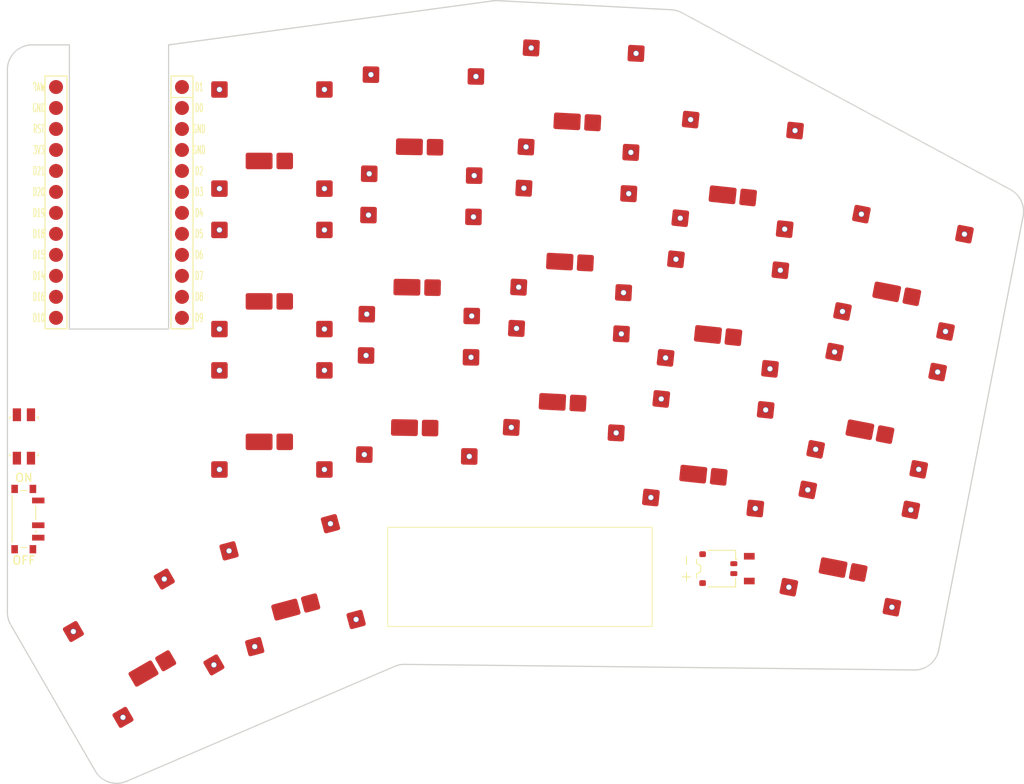
<source format=kicad_pcb>
(kicad_pcb (version 20240108) (generator "ergogen") (generator_version "4.1.0")
  (title_block (title "slimsplaydy_right_unrouted") (date "2025-06-08") (rev "v1.0.0") (company "Unknown"))
  (layers (0 "F.Cu" signal) (31 "B.Cu" signal) (34 "B.Paste" user) (35 "F.Paste" user) (36 "B.SilkS" user "B.Silkscreen") (37 "F.SilkS" user "F.Silkscreen") (38 "B.Mask" user) (39 "F.Mask" user) (44 "Edge.Cuts" user))
  (net 0 "")
  (net 1 "mirror_hand_pinky_bottom")
  (net 2 "GND")
  (net 3 "mirror_hand_pinky_home")
  (net 4 "mirror_hand_pinky_top")
  (net 5 "mirror_hand_ring_bottom")
  (net 6 "mirror_hand_ring_home")
  (net 7 "mirror_hand_ring_top")
  (net 8 "mirror_hand_middle_bottom")
  (net 9 "mirror_hand_middle_home")
  (net 10 "mirror_hand_middle_top")
  (net 11 "mirror_hand_index_bottom")
  (net 12 "mirror_hand_index_home")
  (net 13 "mirror_hand_index_top")
  (net 14 "mirror_hand_inner_bottom")
  (net 15 "mirror_hand_inner_home")
  (net 16 "mirror_hand_inner_top")
  (net 17 "mirror_thumb_near_fan")
  (net 18 "mirror_thumb_far_fan")
  (net 19 "RAW")
  (net 20 "RST")
  (net 21 "3V3")
  (net 22 "D21")
  (net 23 "P101")
  (net 24 "P102")
  (net 25 "P107")
  (net 26 "MCU1_24")
  (net 27 "MCU1_1")
  (net 28 "MCU1_23")
  (net 29 "MCU1_2")
  (net 30 "MCU1_22")
  (net 31 "MCU1_3")
  (net 32 "MCU1_21")
  (net 33 "MCU1_4")
  (net 34 "MCU1_20")
  (net 35 "MCU1_5")
  (net 36 "MCU1_19")
  (net 37 "MCU1_6")
  (net 38 "MCU1_18")
  (net 39 "MCU1_7")
  (net 40 "MCU1_17")
  (net 41 "MCU1_8")
  (net 42 "MCU1_16")
  (net 43 "MCU1_9")
  (net 44 "MCU1_15")
  (net 45 "MCU1_10")
  (net 46 "MCU1_14")
  (net 47 "MCU1_11")
  (net 48 "MCU1_13")
  (net 49 "MCU1_12")
  (net 50 "BAT_P")
  (footprint "PG1316S" (at 330.91987090000003 141.7956297 -11) (layer "F.Cu")
    (property "Reference" "S1" hide)
    (pad "" np_thru_hole circle (at -5.8 2.75) (size 1 1) (drill 1) (layers "*.Cu" "*.Mask"))
    (pad "" np_thru_hole circle (at 5.8 -2.75) (size 1.2 1.2) (drill 1.2) (layers "*.Cu" "*.Mask"))
    (pad "1" smd roundrect (at -1.55 2.65 -11) (size 3.25 2) (layers "F.Cu" "F.Paste" "F.Mask") (roundrect_rratio 0.125) (net 1 "mirror_hand_pinky_bottom"))
    (pad "2" smd roundrect (at 1.55 2.65 -11) (size 2 2) (layers "F.Cu" "F.Paste" "F.Mask") (roundrect_rratio 0.125) (net 2 "GND"))
    (pad "3" smd roundrect (at -6.35 -6 -11) (size 2 2) (layers "F.Cu" "F.Paste" "F.Mask") (roundrect_rratio 0.125))
    (pad "3" smd roundrect (at -6.35 6 -11) (size 2 2) (layers "F.Cu" "F.Paste" "F.Mask") (roundrect_rratio 0.125))
    (pad "3" smd roundrect (at 6.35 -6 -11) (size 2 2) (layers "F.Cu" "F.Paste" "F.Mask") (roundrect_rratio 0.125))
    (pad "3" smd roundrect (at 6.35 6 -11) (size 2 2) (layers "F.Cu" "F.Paste" "F.Mask") (roundrect_rratio 0.125))
    (pad "" thru_hole circle (at -6.35 -6 -11) (size 0.7 0.7) (layers "F.Cu" "B.Cu" "F.Paste" "B.Paste" "F.Mask" "B.Mask") (drill 0.6))
    (pad "" thru_hole circle (at -6.35 6 -11) (size 0.7 0.7) (layers "F.Cu" "B.Cu" "F.Paste" "B.Paste" "F.Mask" "B.Mask") (drill 0.6))
    (pad "" thru_hole circle (at 6.35 -6 -11) (size 0.7 0.7) (layers "F.Cu" "B.Cu" "F.Paste" "B.Paste" "F.Mask" "B.Mask") (drill 0.6))
    (pad "" thru_hole circle (at 6.35 6 -11) (size 0.7 0.7) (layers "F.Cu" "B.Cu" "F.Paste" "B.Paste" "F.Mask" "B.Mask") (drill 0.6))
  )
  (footprint "PG1316S" (at 334.16362380000004 125.1079676 -11) (layer "F.Cu")
    (property "Reference" "S2" hide)
    (pad "" np_thru_hole circle (at -5.8 2.75) (size 1 1) (drill 1) (layers "*.Cu" "*.Mask"))
    (pad "" np_thru_hole circle (at 5.8 -2.75) (size 1.2 1.2) (drill 1.2) (layers "*.Cu" "*.Mask"))
    (pad "1" smd roundrect (at -1.55 2.65 -11) (size 3.25 2) (layers "F.Cu" "F.Paste" "F.Mask") (roundrect_rratio 0.125) (net 3 "mirror_hand_pinky_home"))
    (pad "2" smd roundrect (at 1.55 2.65 -11) (size 2 2) (layers "F.Cu" "F.Paste" "F.Mask") (roundrect_rratio 0.125) (net 2 "GND"))
    (pad "3" smd roundrect (at -6.35 -6 -11) (size 2 2) (layers "F.Cu" "F.Paste" "F.Mask") (roundrect_rratio 0.125))
    (pad "3" smd roundrect (at -6.35 6 -11) (size 2 2) (layers "F.Cu" "F.Paste" "F.Mask") (roundrect_rratio 0.125))
    (pad "3" smd roundrect (at 6.35 -6 -11) (size 2 2) (layers "F.Cu" "F.Paste" "F.Mask") (roundrect_rratio 0.125))
    (pad "3" smd roundrect (at 6.35 6 -11) (size 2 2) (layers "F.Cu" "F.Paste" "F.Mask") (roundrect_rratio 0.125))
    (pad "" thru_hole circle (at -6.35 -6 -11) (size 0.7 0.7) (layers "F.Cu" "B.Cu" "F.Paste" "B.Paste" "F.Mask" "B.Mask") (drill 0.6))
    (pad "" thru_hole circle (at -6.35 6 -11) (size 0.7 0.7) (layers "F.Cu" "B.Cu" "F.Paste" "B.Paste" "F.Mask" "B.Mask") (drill 0.6))
    (pad "" thru_hole circle (at 6.35 -6 -11) (size 0.7 0.7) (layers "F.Cu" "B.Cu" "F.Paste" "B.Paste" "F.Mask" "B.Mask") (drill 0.6))
    (pad "" thru_hole circle (at 6.35 6 -11) (size 0.7 0.7) (layers "F.Cu" "B.Cu" "F.Paste" "B.Paste" "F.Mask" "B.Mask") (drill 0.6))
  )
  (footprint "PG1316S" (at 337.40737670000004 108.4203055 -11) (layer "F.Cu")
    (property "Reference" "S3" hide)
    (pad "" np_thru_hole circle (at -5.8 2.75) (size 1 1) (drill 1) (layers "*.Cu" "*.Mask"))
    (pad "" np_thru_hole circle (at 5.8 -2.75) (size 1.2 1.2) (drill 1.2) (layers "*.Cu" "*.Mask"))
    (pad "1" smd roundrect (at -1.55 2.65 -11) (size 3.25 2) (layers "F.Cu" "F.Paste" "F.Mask") (roundrect_rratio 0.125) (net 4 "mirror_hand_pinky_top"))
    (pad "2" smd roundrect (at 1.55 2.65 -11) (size 2 2) (layers "F.Cu" "F.Paste" "F.Mask") (roundrect_rratio 0.125) (net 2 "GND"))
    (pad "3" smd roundrect (at -6.35 -6 -11) (size 2 2) (layers "F.Cu" "F.Paste" "F.Mask") (roundrect_rratio 0.125))
    (pad "3" smd roundrect (at -6.35 6 -11) (size 2 2) (layers "F.Cu" "F.Paste" "F.Mask") (roundrect_rratio 0.125))
    (pad "3" smd roundrect (at 6.35 -6 -11) (size 2 2) (layers "F.Cu" "F.Paste" "F.Mask") (roundrect_rratio 0.125))
    (pad "3" smd roundrect (at 6.35 6 -11) (size 2 2) (layers "F.Cu" "F.Paste" "F.Mask") (roundrect_rratio 0.125))
    (pad "" thru_hole circle (at -6.35 -6 -11) (size 0.7 0.7) (layers "F.Cu" "B.Cu" "F.Paste" "B.Paste" "F.Mask" "B.Mask") (drill 0.6))
    (pad "" thru_hole circle (at -6.35 6 -11) (size 0.7 0.7) (layers "F.Cu" "B.Cu" "F.Paste" "B.Paste" "F.Mask" "B.Mask") (drill 0.6))
    (pad "" thru_hole circle (at 6.35 -6 -11) (size 0.7 0.7) (layers "F.Cu" "B.Cu" "F.Paste" "B.Paste" "F.Mask" "B.Mask") (drill 0.6))
    (pad "" thru_hole circle (at 6.35 6 -11) (size 0.7 0.7) (layers "F.Cu" "B.Cu" "F.Paste" "B.Paste" "F.Mask" "B.Mask") (drill 0.6))
  )
  (footprint "PG1316S" (at 313.79542630000003 130.3172413 -6) (layer "F.Cu")
    (property "Reference" "S4" hide)
    (pad "" np_thru_hole circle (at -5.8 2.75) (size 1 1) (drill 1) (layers "*.Cu" "*.Mask"))
    (pad "" np_thru_hole circle (at 5.8 -2.75) (size 1.2 1.2) (drill 1.2) (layers "*.Cu" "*.Mask"))
    (pad "1" smd roundrect (at -1.55 2.65 -6) (size 3.25 2) (layers "F.Cu" "F.Paste" "F.Mask") (roundrect_rratio 0.125) (net 5 "mirror_hand_ring_bottom"))
    (pad "2" smd roundrect (at 1.55 2.65 -6) (size 2 2) (layers "F.Cu" "F.Paste" "F.Mask") (roundrect_rratio 0.125) (net 2 "GND"))
    (pad "3" smd roundrect (at -6.35 -6 -6) (size 2 2) (layers "F.Cu" "F.Paste" "F.Mask") (roundrect_rratio 0.125))
    (pad "3" smd roundrect (at -6.35 6 -6) (size 2 2) (layers "F.Cu" "F.Paste" "F.Mask") (roundrect_rratio 0.125))
    (pad "3" smd roundrect (at 6.35 -6 -6) (size 2 2) (layers "F.Cu" "F.Paste" "F.Mask") (roundrect_rratio 0.125))
    (pad "3" smd roundrect (at 6.35 6 -6) (size 2 2) (layers "F.Cu" "F.Paste" "F.Mask") (roundrect_rratio 0.125))
    (pad "" thru_hole circle (at -6.35 -6 -6) (size 0.7 0.7) (layers "F.Cu" "B.Cu" "F.Paste" "B.Paste" "F.Mask" "B.Mask") (drill 0.6))
    (pad "" thru_hole circle (at -6.35 6 -6) (size 0.7 0.7) (layers "F.Cu" "B.Cu" "F.Paste" "B.Paste" "F.Mask" "B.Mask") (drill 0.6))
    (pad "" thru_hole circle (at 6.35 -6 -6) (size 0.7 0.7) (layers "F.Cu" "B.Cu" "F.Paste" "B.Paste" "F.Mask" "B.Mask") (drill 0.6))
    (pad "" thru_hole circle (at 6.35 6 -6) (size 0.7 0.7) (layers "F.Cu" "B.Cu" "F.Paste" "B.Paste" "F.Mask" "B.Mask") (drill 0.6))
  )
  (footprint "PG1316S" (at 315.57241020000004 113.4103691 -6) (layer "F.Cu")
    (property "Reference" "S5" hide)
    (pad "" np_thru_hole circle (at -5.8 2.75) (size 1 1) (drill 1) (layers "*.Cu" "*.Mask"))
    (pad "" np_thru_hole circle (at 5.8 -2.75) (size 1.2 1.2) (drill 1.2) (layers "*.Cu" "*.Mask"))
    (pad "1" smd roundrect (at -1.55 2.65 -6) (size 3.25 2) (layers "F.Cu" "F.Paste" "F.Mask") (roundrect_rratio 0.125) (net 6 "mirror_hand_ring_home"))
    (pad "2" smd roundrect (at 1.55 2.65 -6) (size 2 2) (layers "F.Cu" "F.Paste" "F.Mask") (roundrect_rratio 0.125) (net 2 "GND"))
    (pad "3" smd roundrect (at -6.35 -6 -6) (size 2 2) (layers "F.Cu" "F.Paste" "F.Mask") (roundrect_rratio 0.125))
    (pad "3" smd roundrect (at -6.35 6 -6) (size 2 2) (layers "F.Cu" "F.Paste" "F.Mask") (roundrect_rratio 0.125))
    (pad "3" smd roundrect (at 6.35 -6 -6) (size 2 2) (layers "F.Cu" "F.Paste" "F.Mask") (roundrect_rratio 0.125))
    (pad "3" smd roundrect (at 6.35 6 -6) (size 2 2) (layers "F.Cu" "F.Paste" "F.Mask") (roundrect_rratio 0.125))
    (pad "" thru_hole circle (at -6.35 -6 -6) (size 0.7 0.7) (layers "F.Cu" "B.Cu" "F.Paste" "B.Paste" "F.Mask" "B.Mask") (drill 0.6))
    (pad "" thru_hole circle (at -6.35 6 -6) (size 0.7 0.7) (layers "F.Cu" "B.Cu" "F.Paste" "B.Paste" "F.Mask" "B.Mask") (drill 0.6))
    (pad "" thru_hole circle (at 6.35 -6 -6) (size 0.7 0.7) (layers "F.Cu" "B.Cu" "F.Paste" "B.Paste" "F.Mask" "B.Mask") (drill 0.6))
    (pad "" thru_hole circle (at 6.35 6 -6) (size 0.7 0.7) (layers "F.Cu" "B.Cu" "F.Paste" "B.Paste" "F.Mask" "B.Mask") (drill 0.6))
  )
  (footprint "PG1316S" (at 317.3493942 96.5034968 -6) (layer "F.Cu")
    (property "Reference" "S6" hide)
    (pad "" np_thru_hole circle (at -5.8 2.75) (size 1 1) (drill 1) (layers "*.Cu" "*.Mask"))
    (pad "" np_thru_hole circle (at 5.8 -2.75) (size 1.2 1.2) (drill 1.2) (layers "*.Cu" "*.Mask"))
    (pad "1" smd roundrect (at -1.55 2.65 -6) (size 3.25 2) (layers "F.Cu" "F.Paste" "F.Mask") (roundrect_rratio 0.125) (net 7 "mirror_hand_ring_top"))
    (pad "2" smd roundrect (at 1.55 2.65 -6) (size 2 2) (layers "F.Cu" "F.Paste" "F.Mask") (roundrect_rratio 0.125) (net 2 "GND"))
    (pad "3" smd roundrect (at -6.35 -6 -6) (size 2 2) (layers "F.Cu" "F.Paste" "F.Mask") (roundrect_rratio 0.125))
    (pad "3" smd roundrect (at -6.35 6 -6) (size 2 2) (layers "F.Cu" "F.Paste" "F.Mask") (roundrect_rratio 0.125))
    (pad "3" smd roundrect (at 6.35 -6 -6) (size 2 2) (layers "F.Cu" "F.Paste" "F.Mask") (roundrect_rratio 0.125))
    (pad "3" smd roundrect (at 6.35 6 -6) (size 2 2) (layers "F.Cu" "F.Paste" "F.Mask") (roundrect_rratio 0.125))
    (pad "" thru_hole circle (at -6.35 -6 -6) (size 0.7 0.7) (layers "F.Cu" "B.Cu" "F.Paste" "B.Paste" "F.Mask" "B.Mask") (drill 0.6))
    (pad "" thru_hole circle (at -6.35 6 -6) (size 0.7 0.7) (layers "F.Cu" "B.Cu" "F.Paste" "B.Paste" "F.Mask" "B.Mask") (drill 0.6))
    (pad "" thru_hole circle (at 6.35 -6 -6) (size 0.7 0.7) (layers "F.Cu" "B.Cu" "F.Paste" "B.Paste" "F.Mask" "B.Mask") (drill 0.6))
    (pad "" thru_hole circle (at 6.35 6 -6) (size 0.7 0.7) (layers "F.Cu" "B.Cu" "F.Paste" "B.Paste" "F.Mask" "B.Mask") (drill 0.6))
  )
  (footprint "PG1316S" (at 296.62573140000006 121.4740757 -3) (layer "F.Cu")
    (property "Reference" "S7" hide)
    (pad "" np_thru_hole circle (at -5.8 2.75) (size 1 1) (drill 1) (layers "*.Cu" "*.Mask"))
    (pad "" np_thru_hole circle (at 5.8 -2.75) (size 1.2 1.2) (drill 1.2) (layers "*.Cu" "*.Mask"))
    (pad "1" smd roundrect (at -1.55 2.65 -3) (size 3.25 2) (layers "F.Cu" "F.Paste" "F.Mask") (roundrect_rratio 0.125) (net 8 "mirror_hand_middle_bottom"))
    (pad "2" smd roundrect (at 1.55 2.65 -3) (size 2 2) (layers "F.Cu" "F.Paste" "F.Mask") (roundrect_rratio 0.125) (net 2 "GND"))
    (pad "3" smd roundrect (at -6.35 -6 -3) (size 2 2) (layers "F.Cu" "F.Paste" "F.Mask") (roundrect_rratio 0.125))
    (pad "3" smd roundrect (at -6.35 6 -3) (size 2 2) (layers "F.Cu" "F.Paste" "F.Mask") (roundrect_rratio 0.125))
    (pad "3" smd roundrect (at 6.35 -6 -3) (size 2 2) (layers "F.Cu" "F.Paste" "F.Mask") (roundrect_rratio 0.125))
    (pad "3" smd roundrect (at 6.35 6 -3) (size 2 2) (layers "F.Cu" "F.Paste" "F.Mask") (roundrect_rratio 0.125))
    (pad "" thru_hole circle (at -6.35 -6 -3) (size 0.7 0.7) (layers "F.Cu" "B.Cu" "F.Paste" "B.Paste" "F.Mask" "B.Mask") (drill 0.6))
    (pad "" thru_hole circle (at -6.35 6 -3) (size 0.7 0.7) (layers "F.Cu" "B.Cu" "F.Paste" "B.Paste" "F.Mask" "B.Mask") (drill 0.6))
    (pad "" thru_hole circle (at 6.35 -6 -3) (size 0.7 0.7) (layers "F.Cu" "B.Cu" "F.Paste" "B.Paste" "F.Mask" "B.Mask") (drill 0.6))
    (pad "" thru_hole circle (at 6.35 6 -3) (size 0.7 0.7) (layers "F.Cu" "B.Cu" "F.Paste" "B.Paste" "F.Mask" "B.Mask") (drill 0.6))
  )
  (footprint "PG1316S" (at 297.5154427 104.4973736 -3) (layer "F.Cu")
    (property "Reference" "S8" hide)
    (pad "" np_thru_hole circle (at -5.8 2.75) (size 1 1) (drill 1) (layers "*.Cu" "*.Mask"))
    (pad "" np_thru_hole circle (at 5.8 -2.75) (size 1.2 1.2) (drill 1.2) (layers "*.Cu" "*.Mask"))
    (pad "1" smd roundrect (at -1.55 2.65 -3) (size 3.25 2) (layers "F.Cu" "F.Paste" "F.Mask") (roundrect_rratio 0.125) (net 9 "mirror_hand_middle_home"))
    (pad "2" smd roundrect (at 1.55 2.65 -3) (size 2 2) (layers "F.Cu" "F.Paste" "F.Mask") (roundrect_rratio 0.125) (net 2 "GND"))
    (pad "3" smd roundrect (at -6.35 -6 -3) (size 2 2) (layers "F.Cu" "F.Paste" "F.Mask") (roundrect_rratio 0.125))
    (pad "3" smd roundrect (at -6.35 6 -3) (size 2 2) (layers "F.Cu" "F.Paste" "F.Mask") (roundrect_rratio 0.125))
    (pad "3" smd roundrect (at 6.35 -6 -3) (size 2 2) (layers "F.Cu" "F.Paste" "F.Mask") (roundrect_rratio 0.125))
    (pad "3" smd roundrect (at 6.35 6 -3) (size 2 2) (layers "F.Cu" "F.Paste" "F.Mask") (roundrect_rratio 0.125))
    (pad "" thru_hole circle (at -6.35 -6 -3) (size 0.7 0.7) (layers "F.Cu" "B.Cu" "F.Paste" "B.Paste" "F.Mask" "B.Mask") (drill 0.6))
    (pad "" thru_hole circle (at -6.35 6 -3) (size 0.7 0.7) (layers "F.Cu" "B.Cu" "F.Paste" "B.Paste" "F.Mask" "B.Mask") (drill 0.6))
    (pad "" thru_hole circle (at 6.35 -6 -3) (size 0.7 0.7) (layers "F.Cu" "B.Cu" "F.Paste" "B.Paste" "F.Mask" "B.Mask") (drill 0.6))
    (pad "" thru_hole circle (at 6.35 6 -3) (size 0.7 0.7) (layers "F.Cu" "B.Cu" "F.Paste" "B.Paste" "F.Mask" "B.Mask") (drill 0.6))
  )
  (footprint "PG1316S" (at 298.40515400000004 87.5206715 -3) (layer "F.Cu")
    (property "Reference" "S9" hide)
    (pad "" np_thru_hole circle (at -5.8 2.75) (size 1 1) (drill 1) (layers "*.Cu" "*.Mask"))
    (pad "" np_thru_hole circle (at 5.8 -2.75) (size 1.2 1.2) (drill 1.2) (layers "*.Cu" "*.Mask"))
    (pad "1" smd roundrect (at -1.55 2.65 -3) (size 3.25 2) (layers "F.Cu" "F.Paste" "F.Mask") (roundrect_rratio 0.125) (net 10 "mirror_hand_middle_top"))
    (pad "2" smd roundrect (at 1.55 2.65 -3) (size 2 2) (layers "F.Cu" "F.Paste" "F.Mask") (roundrect_rratio 0.125) (net 2 "GND"))
    (pad "3" smd roundrect (at -6.35 -6 -3) (size 2 2) (layers "F.Cu" "F.Paste" "F.Mask") (roundrect_rratio 0.125))
    (pad "3" smd roundrect (at -6.35 6 -3) (size 2 2) (layers "F.Cu" "F.Paste" "F.Mask") (roundrect_rratio 0.125))
    (pad "3" smd roundrect (at 6.35 -6 -3) (size 2 2) (layers "F.Cu" "F.Paste" "F.Mask") (roundrect_rratio 0.125))
    (pad "3" smd roundrect (at 6.35 6 -3) (size 2 2) (layers "F.Cu" "F.Paste" "F.Mask") (roundrect_rratio 0.125))
    (pad "" thru_hole circle (at -6.35 -6 -3) (size 0.7 0.7) (layers "F.Cu" "B.Cu" "F.Paste" "B.Paste" "F.Mask" "B.Mask") (drill 0.6))
    (pad "" thru_hole circle (at -6.35 6 -3) (size 0.7 0.7) (layers "F.Cu" "B.Cu" "F.Paste" "B.Paste" "F.Mask" "B.Mask") (drill 0.6))
    (pad "" thru_hole circle (at 6.35 -6 -3) (size 0.7 0.7) (layers "F.Cu" "B.Cu" "F.Paste" "B.Paste" "F.Mask" "B.Mask") (drill 0.6))
    (pad "" thru_hole circle (at 6.35 6 -3) (size 0.7 0.7) (layers "F.Cu" "B.Cu" "F.Paste" "B.Paste" "F.Mask" "B.Mask") (drill 0.6))
  )
  (footprint "PG1316S" (at 278.64078190000004 124.5370139 -1) (layer "F.Cu")
    (property "Reference" "S10" hide)
    (pad "" np_thru_hole circle (at -5.8 2.75) (size 1 1) (drill 1) (layers "*.Cu" "*.Mask"))
    (pad "" np_thru_hole circle (at 5.8 -2.75) (size 1.2 1.2) (drill 1.2) (layers "*.Cu" "*.Mask"))
    (pad "1" smd roundrect (at -1.55 2.65 -1) (size 3.25 2) (layers "F.Cu" "F.Paste" "F.Mask") (roundrect_rratio 0.125) (net 11 "mirror_hand_index_bottom"))
    (pad "2" smd roundrect (at 1.55 2.65 -1) (size 2 2) (layers "F.Cu" "F.Paste" "F.Mask") (roundrect_rratio 0.125) (net 2 "GND"))
    (pad "3" smd roundrect (at -6.35 -6 -1) (size 2 2) (layers "F.Cu" "F.Paste" "F.Mask") (roundrect_rratio 0.125))
    (pad "3" smd roundrect (at -6.35 6 -1) (size 2 2) (layers "F.Cu" "F.Paste" "F.Mask") (roundrect_rratio 0.125))
    (pad "3" smd roundrect (at 6.35 -6 -1) (size 2 2) (layers "F.Cu" "F.Paste" "F.Mask") (roundrect_rratio 0.125))
    (pad "3" smd roundrect (at 6.35 6 -1) (size 2 2) (layers "F.Cu" "F.Paste" "F.Mask") (roundrect_rratio 0.125))
    (pad "" thru_hole circle (at -6.35 -6 -1) (size 0.7 0.7) (layers "F.Cu" "B.Cu" "F.Paste" "B.Paste" "F.Mask" "B.Mask") (drill 0.6))
    (pad "" thru_hole circle (at -6.35 6 -1) (size 0.7 0.7) (layers "F.Cu" "B.Cu" "F.Paste" "B.Paste" "F.Mask" "B.Mask") (drill 0.6))
    (pad "" thru_hole circle (at 6.35 -6 -1) (size 0.7 0.7) (layers "F.Cu" "B.Cu" "F.Paste" "B.Paste" "F.Mask" "B.Mask") (drill 0.6))
    (pad "" thru_hole circle (at 6.35 6 -1) (size 0.7 0.7) (layers "F.Cu" "B.Cu" "F.Paste" "B.Paste" "F.Mask" "B.Mask") (drill 0.6))
  )
  (footprint "PG1316S" (at 278.9374728 107.5396031 -1) (layer "F.Cu")
    (property "Reference" "S11" hide)
    (pad "" np_thru_hole circle (at -5.8 2.75) (size 1 1) (drill 1) (layers "*.Cu" "*.Mask"))
    (pad "" np_thru_hole circle (at 5.8 -2.75) (size 1.2 1.2) (drill 1.2) (layers "*.Cu" "*.Mask"))
    (pad "1" smd roundrect (at -1.55 2.65 -1) (size 3.25 2) (layers "F.Cu" "F.Paste" "F.Mask") (roundrect_rratio 0.125) (net 12 "mirror_hand_index_home"))
    (pad "2" smd roundrect (at 1.55 2.65 -1) (size 2 2) (layers "F.Cu" "F.Paste" "F.Mask") (roundrect_rratio 0.125) (net 2 "GND"))
    (pad "3" smd roundrect (at -6.35 -6 -1) (size 2 2) (layers "F.Cu" "F.Paste" "F.Mask") (roundrect_rratio 0.125))
    (pad "3" smd roundrect (at -6.35 6 -1) (size 2 2) (layers "F.Cu" "F.Paste" "F.Mask") (roundrect_rratio 0.125))
    (pad "3" smd roundrect (at 6.35 -6 -1) (size 2 2) (layers "F.Cu" "F.Paste" "F.Mask") (roundrect_rratio 0.125))
    (pad "3" smd roundrect (at 6.35 6 -1) (size 2 2) (layers "F.Cu" "F.Paste" "F.Mask") (roundrect_rratio 0.125))
    (pad "" thru_hole circle (at -6.35 -6 -1) (size 0.7 0.7) (layers "F.Cu" "B.Cu" "F.Paste" "B.Paste" "F.Mask" "B.Mask") (drill 0.6))
    (pad "" thru_hole circle (at -6.35 6 -1) (size 0.7 0.7) (layers "F.Cu" "B.Cu" "F.Paste" "B.Paste" "F.Mask" "B.Mask") (drill 0.6))
    (pad "" thru_hole circle (at 6.35 -6 -1) (size 0.7 0.7) (layers "F.Cu" "B.Cu" "F.Paste" "B.Paste" "F.Mask" "B.Mask") (drill 0.6))
    (pad "" thru_hole circle (at 6.35 6 -1) (size 0.7 0.7) (layers "F.Cu" "B.Cu" "F.Paste" "B.Paste" "F.Mask" "B.Mask") (drill 0.6))
  )
  (footprint "PG1316S" (at 279.23416380000003 90.5421923 -1) (layer "F.Cu")
    (property "Reference" "S12" hide)
    (pad "" np_thru_hole circle (at -5.8 2.75) (size 1 1) (drill 1) (layers "*.Cu" "*.Mask"))
    (pad "" np_thru_hole circle (at 5.8 -2.75) (size 1.2 1.2) (drill 1.2) (layers "*.Cu" "*.Mask"))
    (pad "1" smd roundrect (at -1.55 2.65 -1) (size 3.25 2) (layers "F.Cu" "F.Paste" "F.Mask") (roundrect_rratio 0.125) (net 13 "mirror_hand_index_top"))
    (pad "2" smd roundrect (at 1.55 2.65 -1) (size 2 2) (layers "F.Cu" "F.Paste" "F.Mask") (roundrect_rratio 0.125) (net 2 "GND"))
    (pad "3" smd roundrect (at -6.35 -6 -1) (size 2 2) (layers "F.Cu" "F.Paste" "F.Mask") (roundrect_rratio 0.125))
    (pad "3" smd roundrect (at -6.35 6 -1) (size 2 2) (layers "F.Cu" "F.Paste" "F.Mask") (roundrect_rratio 0.125))
    (pad "3" smd roundrect (at 6.35 -6 -1) (size 2 2) (layers "F.Cu" "F.Paste" "F.Mask") (roundrect_rratio 0.125))
    (pad "3" smd roundrect (at 6.35 6 -1) (size 2 2) (layers "F.Cu" "F.Paste" "F.Mask") (roundrect_rratio 0.125))
    (pad "" thru_hole circle (at -6.35 -6 -1) (size 0.7 0.7) (layers "F.Cu" "B.Cu" "F.Paste" "B.Paste" "F.Mask" "B.Mask") (drill 0.6))
    (pad "" thru_hole circle (at -6.35 6 -1) (size 0.7 0.7) (layers "F.Cu" "B.Cu" "F.Paste" "B.Paste" "F.Mask" "B.Mask") (drill 0.6))
    (pad "" thru_hole circle (at 6.35 -6 -1) (size 0.7 0.7) (layers "F.Cu" "B.Cu" "F.Paste" "B.Paste" "F.Mask" "B.Mask") (drill 0.6))
    (pad "" thru_hole circle (at 6.35 6 -1) (size 0.7 0.7) (layers "F.Cu" "B.Cu" "F.Paste" "B.Paste" "F.Mask" "B.Mask") (drill 0.6))
  )
  (footprint "PG1316S" (at 261.0085577 126.2295469 0) (layer "F.Cu")
    (property "Reference" "S13" hide)
    (pad "" np_thru_hole circle (at -5.8 2.75) (size 1 1) (drill 1) (layers "*.Cu" "*.Mask"))
    (pad "" np_thru_hole circle (at 5.8 -2.75) (size 1.2 1.2) (drill 1.2) (layers "*.Cu" "*.Mask"))
    (pad "1" smd roundrect (at -1.55 2.65 0) (size 3.25 2) (layers "F.Cu" "F.Paste" "F.Mask") (roundrect_rratio 0.125) (net 14 "mirror_hand_inner_bottom"))
    (pad "2" smd roundrect (at 1.55 2.65 0) (size 2 2) (layers "F.Cu" "F.Paste" "F.Mask") (roundrect_rratio 0.125) (net 2 "GND"))
    (pad "3" smd roundrect (at -6.35 -6 0) (size 2 2) (layers "F.Cu" "F.Paste" "F.Mask") (roundrect_rratio 0.125))
    (pad "3" smd roundrect (at -6.35 6 0) (size 2 2) (layers "F.Cu" "F.Paste" "F.Mask") (roundrect_rratio 0.125))
    (pad "3" smd roundrect (at 6.35 -6 0) (size 2 2) (layers "F.Cu" "F.Paste" "F.Mask") (roundrect_rratio 0.125))
    (pad "3" smd roundrect (at 6.35 6 0) (size 2 2) (layers "F.Cu" "F.Paste" "F.Mask") (roundrect_rratio 0.125))
    (pad "" thru_hole circle (at -6.35 -6 0) (size 0.7 0.7) (layers "F.Cu" "B.Cu" "F.Paste" "B.Paste" "F.Mask" "B.Mask") (drill 0.6))
    (pad "" thru_hole circle (at -6.35 6 0) (size 0.7 0.7) (layers "F.Cu" "B.Cu" "F.Paste" "B.Paste" "F.Mask" "B.Mask") (drill 0.6))
    (pad "" thru_hole circle (at 6.35 -6 0) (size 0.7 0.7) (layers "F.Cu" "B.Cu" "F.Paste" "B.Paste" "F.Mask" "B.Mask") (drill 0.6))
    (pad "" thru_hole circle (at 6.35 6 0) (size 0.7 0.7) (layers "F.Cu" "B.Cu" "F.Paste" "B.Paste" "F.Mask" "B.Mask") (drill 0.6))
  )
  (footprint "PG1316S" (at 261.0085577 109.2295469 0) (layer "F.Cu")
    (property "Reference" "S14" hide)
    (pad "" np_thru_hole circle (at -5.8 2.75) (size 1 1) (drill 1) (layers "*.Cu" "*.Mask"))
    (pad "" np_thru_hole circle (at 5.8 -2.75) (size 1.2 1.2) (drill 1.2) (layers "*.Cu" "*.Mask"))
    (pad "1" smd roundrect (at -1.55 2.65 0) (size 3.25 2) (layers "F.Cu" "F.Paste" "F.Mask") (roundrect_rratio 0.125) (net 15 "mirror_hand_inner_home"))
    (pad "2" smd roundrect (at 1.55 2.65 0) (size 2 2) (layers "F.Cu" "F.Paste" "F.Mask") (roundrect_rratio 0.125) (net 2 "GND"))
    (pad "3" smd roundrect (at -6.35 -6 0) (size 2 2) (layers "F.Cu" "F.Paste" "F.Mask") (roundrect_rratio 0.125))
    (pad "3" smd roundrect (at -6.35 6 0) (size 2 2) (layers "F.Cu" "F.Paste" "F.Mask") (roundrect_rratio 0.125))
    (pad "3" smd roundrect (at 6.35 -6 0) (size 2 2) (layers "F.Cu" "F.Paste" "F.Mask") (roundrect_rratio 0.125))
    (pad "3" smd roundrect (at 6.35 6 0) (size 2 2) (layers "F.Cu" "F.Paste" "F.Mask") (roundrect_rratio 0.125))
    (pad "" thru_hole circle (at -6.35 -6 0) (size 0.7 0.7) (layers "F.Cu" "B.Cu" "F.Paste" "B.Paste" "F.Mask" "B.Mask") (drill 0.6))
    (pad "" thru_hole circle (at -6.35 6 0) (size 0.7 0.7) (layers "F.Cu" "B.Cu" "F.Paste" "B.Paste" "F.Mask" "B.Mask") (drill 0.6))
    (pad "" thru_hole circle (at 6.35 -6 0) (size 0.7 0.7) (layers "F.Cu" "B.Cu" "F.Paste" "B.Paste" "F.Mask" "B.Mask") (drill 0.6))
    (pad "" thru_hole circle (at 6.35 6 0) (size 0.7 0.7) (layers "F.Cu" "B.Cu" "F.Paste" "B.Paste" "F.Mask" "B.Mask") (drill 0.6))
  )
  (footprint "PG1316S" (at 261.0085577 92.2295469 0) (layer "F.Cu")
    (property "Reference" "S15" hide)
    (pad "" np_thru_hole circle (at -5.8 2.75) (size 1 1) (drill 1) (layers "*.Cu" "*.Mask"))
    (pad "" np_thru_hole circle (at 5.8 -2.75) (size 1.2 1.2) (drill 1.2) (layers "*.Cu" "*.Mask"))
    (pad "1" smd roundrect (at -1.55 2.65 0) (size 3.25 2) (layers "F.Cu" "F.Paste" "F.Mask") (roundrect_rratio 0.125) (net 16 "mirror_hand_inner_top"))
    (pad "2" smd roundrect (at 1.55 2.65 0) (size 2 2) (layers "F.Cu" "F.Paste" "F.Mask") (roundrect_rratio 0.125) (net 2 "GND"))
    (pad "3" smd roundrect (at -6.35 -6 0) (size 2 2) (layers "F.Cu" "F.Paste" "F.Mask") (roundrect_rratio 0.125))
    (pad "3" smd roundrect (at -6.35 6 0) (size 2 2) (layers "F.Cu" "F.Paste" "F.Mask") (roundrect_rratio 0.125))
    (pad "3" smd roundrect (at 6.35 -6 0) (size 2 2) (layers "F.Cu" "F.Paste" "F.Mask") (roundrect_rratio 0.125))
    (pad "3" smd roundrect (at 6.35 6 0) (size 2 2) (layers "F.Cu" "F.Paste" "F.Mask") (roundrect_rratio 0.125))
    (pad "" thru_hole circle (at -6.35 -6 0) (size 0.7 0.7) (layers "F.Cu" "B.Cu" "F.Paste" "B.Paste" "F.Mask" "B.Mask") (drill 0.6))
    (pad "" thru_hole circle (at -6.35 6 0) (size 0.7 0.7) (layers "F.Cu" "B.Cu" "F.Paste" "B.Paste" "F.Mask" "B.Mask") (drill 0.6))
    (pad "" thru_hole circle (at 6.35 -6 0) (size 0.7 0.7) (layers "F.Cu" "B.Cu" "F.Paste" "B.Paste" "F.Mask" "B.Mask") (drill 0.6))
    (pad "" thru_hole circle (at 6.35 6 0) (size 0.7 0.7) (layers "F.Cu" "B.Cu" "F.Paste" "B.Paste" "F.Mask" "B.Mask") (drill 0.6))
  )
  (footprint "PG1316S" (at 263.5085577 146.2295469 15) (layer "F.Cu")
    (property "Reference" "S16" hide)
    (pad "" np_thru_hole circle (at -5.8 2.75) (size 1 1) (drill 1) (layers "*.Cu" "*.Mask"))
    (pad "" np_thru_hole circle (at 5.8 -2.75) (size 1.2 1.2) (drill 1.2) (layers "*.Cu" "*.Mask"))
    (pad "1" smd roundrect (at -1.55 2.65 15) (size 3.25 2) (layers "F.Cu" "F.Paste" "F.Mask") (roundrect_rratio 0.125) (net 17 "mirror_thumb_near_fan"))
    (pad "2" smd roundrect (at 1.55 2.65 15) (size 2 2) (layers "F.Cu" "F.Paste" "F.Mask") (roundrect_rratio 0.125) (net 2 "GND"))
    (pad "3" smd roundrect (at -6.35 -6 15) (size 2 2) (layers "F.Cu" "F.Paste" "F.Mask") (roundrect_rratio 0.125))
    (pad "3" smd roundrect (at -6.35 6 15) (size 2 2) (layers "F.Cu" "F.Paste" "F.Mask") (roundrect_rratio 0.125))
    (pad "3" smd roundrect (at 6.35 -6 15) (size 2 2) (layers "F.Cu" "F.Paste" "F.Mask") (roundrect_rratio 0.125))
    (pad "3" smd roundrect (at 6.35 6 15) (size 2 2) (layers "F.Cu" "F.Paste" "F.Mask") (roundrect_rratio 0.125))
    (pad "" thru_hole circle (at -6.35 -6 15) (size 0.7 0.7) (layers "F.Cu" "B.Cu" "F.Paste" "B.Paste" "F.Mask" "B.Mask") (drill 0.6))
    (pad "" thru_hole circle (at -6.35 6 15) (size 0.7 0.7) (layers "F.Cu" "B.Cu" "F.Paste" "B.Paste" "F.Mask" "B.Mask") (drill 0.6))
    (pad "" thru_hole circle (at 6.35 -6 15) (size 0.7 0.7) (layers "F.Cu" "B.Cu" "F.Paste" "B.Paste" "F.Mask" "B.Mask") (drill 0.6))
    (pad "" thru_hole circle (at 6.35 6 15) (size 0.7 0.7) (layers "F.Cu" "B.Cu" "F.Paste" "B.Paste" "F.Mask" "B.Mask") (drill 0.6))
  )
  (footprint "PG1316S" (at 245.4897424 153.8615215 30) (layer "F.Cu")
    (property "Reference" "S17" hide)
    (pad "" np_thru_hole circle (at -5.8 2.75) (size 1 1) (drill 1) (layers "*.Cu" "*.Mask"))
    (pad "" np_thru_hole circle (at 5.8 -2.75) (size 1.2 1.2) (drill 1.2) (layers "*.Cu" "*.Mask"))
    (pad "1" smd roundrect (at -1.55 2.65 30) (size 3.25 2) (layers "F.Cu" "F.Paste" "F.Mask") (roundrect_rratio 0.125) (net 18 "mirror_thumb_far_fan"))
    (pad "2" smd roundrect (at 1.55 2.65 30) (size 2 2) (layers "F.Cu" "F.Paste" "F.Mask") (roundrect_rratio 0.125) (net 2 "GND"))
    (pad "3" smd roundrect (at -6.35 -6 30) (size 2 2) (layers "F.Cu" "F.Paste" "F.Mask") (roundrect_rratio 0.125))
    (pad "3" smd roundrect (at -6.35 6 30) (size 2 2) (layers "F.Cu" "F.Paste" "F.Mask") (roundrect_rratio 0.125))
    (pad "3" smd roundrect (at 6.35 -6 30) (size 2 2) (layers "F.Cu" "F.Paste" "F.Mask") (roundrect_rratio 0.125))
    (pad "3" smd roundrect (at 6.35 6 30) (size 2 2) (layers "F.Cu" "F.Paste" "F.Mask") (roundrect_rratio 0.125))
    (pad "" thru_hole circle (at -6.35 -6 30) (size 0.7 0.7) (layers "F.Cu" "B.Cu" "F.Paste" "B.Paste" "F.Mask" "B.Mask") (drill 0.6))
    (pad "" thru_hole circle (at -6.35 6 30) (size 0.7 0.7) (layers "F.Cu" "B.Cu" "F.Paste" "B.Paste" "F.Mask" "B.Mask") (drill 0.6))
    (pad "" thru_hole circle (at 6.35 -6 30) (size 0.7 0.7) (layers "F.Cu" "B.Cu" "F.Paste" "B.Paste" "F.Mask" "B.Mask") (drill 0.6))
    (pad "" thru_hole circle (at 6.35 6 30) (size 0.7 0.7) (layers "F.Cu" "B.Cu" "F.Paste" "B.Paste" "F.Mask" "B.Mask") (drill 0.6))
  )
  (footprint "ceoloide:mcu_nice_nano" (layer "F.Cu") (at 242.50855769999998 98.62954690000001 0)
    (property "Reference" "MCU1" hide)
    (pad "24" smd circle (at -7.62 -12.7 0) (size 1.7 1.7) (drill 1) (layers "F.Cu" "F.Mask" "F.Paste") (net 19 "RAW"))
    (pad "1" smd circle (at 7.62 -12.7 0) (size 1.7 1.7) (drill 1) (layers "F.Cu" "F.Mask" "F.Paste") (net 10 "mirror_hand_middle_top"))
    (fp_text user "RAW" (at -9.7 -12.7 0) (layer "F.SilkS") (effects (font (size 1 .5) (thickness 0.1))))
    (fp_text user "D1" (at 9.7 -12.7 0) (layer "F.SilkS") (effects (font (size 1 .5) (thickness 0.1))))
    (pad "23" smd circle (at -7.62 -10.16 0) (size 1.7 1.7) (drill 1) (layers "F.Cu" "F.Mask" "F.Paste") (net 2 "GND"))
    (pad "2" smd circle (at 7.62 -10.16 0) (size 1.7 1.7) (drill 1) (layers "F.Cu" "F.Mask" "F.Paste") (net 13 "mirror_hand_index_top"))
    (fp_text user "GND" (at -9.7 -10.16 0) (layer "F.SilkS") (effects (font (size 1 .5) (thickness 0.1))))
    (fp_text user "D0" (at 9.7 -10.16 0) (layer "F.SilkS") (effects (font (size 1 .5) (thickness 0.1))))
    (pad "22" smd circle (at -7.62 -7.619999999999999 0) (size 1.7 1.7) (drill 1) (layers "F.Cu" "F.Mask" "F.Paste") (net 20 "RST"))
    (pad "3" smd circle (at 7.62 -7.619999999999999 0) (size 1.7 1.7) (drill 1) (layers "F.Cu" "F.Mask" "F.Paste") (net 2 "GND"))
    (fp_text user "RST" (at -9.7 -7.619999999999999 0) (layer "F.SilkS") (effects (font (size 1 .5) (thickness 0.1))))
    (fp_text user "GND" (at 9.7 -7.619999999999999 0) (layer "F.SilkS") (effects (font (size 1 .5) (thickness 0.1))))
    (pad "21" smd circle (at -7.62 -5.079999999999999 0) (size 1.7 1.7) (drill 1) (layers "F.Cu" "F.Mask" "F.Paste") (net 21 "3V3"))
    (pad "4" smd circle (at 7.62 -5.079999999999999 0) (size 1.7 1.7) (drill 1) (layers "F.Cu" "F.Mask" "F.Paste") (net 2 "GND"))
    (fp_text user "3V3" (at -9.7 -5.079999999999999 0) (layer "F.SilkS") (effects (font (size 1 .5) (thickness 0.1))))
    (fp_text user "GND" (at 9.7 -5.079999999999999 0) (layer "F.SilkS") (effects (font (size 1 .5) (thickness 0.1))))
    (pad "20" smd circle (at -7.62 -2.539999999999999 0) (size 1.7 1.7) (drill 1) (layers "F.Cu" "F.Mask" "F.Paste") (net 22 "D21"))
    (pad "5" smd circle (at 7.62 -2.539999999999999 0) (size 1.7 1.7) (drill 1) (layers "F.Cu" "F.Mask" "F.Paste") (net 16 "mirror_hand_inner_top"))
    (fp_text user "D21" (at -9.7 -2.539999999999999 0) (layer "F.SilkS") (effects (font (size 1 .5) (thickness 0.1))))
    (fp_text user "D2" (at 9.7 -2.539999999999999 0) (layer "F.SilkS") (effects (font (size 1 .5) (thickness 0.1))))
    (pad "19" smd circle (at -7.62 0 0) (size 1.7 1.7) (drill 1) (layers "F.Cu" "F.Mask" "F.Paste") (net 18 "mirror_thumb_far_fan"))
    (pad "6" smd circle (at 7.62 0 0) (size 1.7 1.7) (drill 1) (layers "F.Cu" "F.Mask" "F.Paste") (net 7 "mirror_hand_ring_top"))
    (fp_text user "D20" (at -9.7 0 0) (layer "F.SilkS") (effects (font (size 1 .5) (thickness 0.1))))
    (fp_text user "D3" (at 9.7 0 0) (layer "F.SilkS") (effects (font (size 1 .5) (thickness 0.1))))
    (pad "18" smd circle (at -7.62 2.540000000000001 0) (size 1.7 1.7) (drill 1) (layers "F.Cu" "F.Mask" "F.Paste") (net 17 "mirror_thumb_near_fan"))
    (pad "7" smd circle (at 7.62 2.540000000000001 0) (size 1.7 1.7) (drill 1) (layers "F.Cu" "F.Mask" "F.Paste") (net 4 "mirror_hand_pinky_top"))
    (fp_text user "D19" (at -9.7 2.540000000000001 0) (layer "F.SilkS") (effects (font (size 1 .5) (thickness 0.1))))
    (fp_text user "D4" (at 9.7 2.540000000000001 0) (layer "F.SilkS") (effects (font (size 1 .5) (thickness 0.1))))
    (pad "17" smd circle (at -7.62 5.080000000000002 0) (size 1.7 1.7) (drill 1) (layers "F.Cu" "F.Mask" "F.Paste") (net 5 "mirror_hand_ring_bottom"))
    (pad "8" smd circle (at 7.62 5.080000000000002 0) (size 1.7 1.7) (drill 1) (layers "F.Cu" "F.Mask" "F.Paste") (net 9 "mirror_hand_middle_home"))
    (fp_text user "D18" (at -9.7 5.080000000000002 0) (layer "F.SilkS") (effects (font (size 1 .5) (thickness 0.1))))
    (fp_text user "D5" (at 9.7 5.080000000000002 0) (layer "F.SilkS") (effects (font (size 1 .5) (thickness 0.1))))
    (pad "16" smd circle (at -7.62 7.620000000000001 0) (size 1.7 1.7) (drill 1) (layers "F.Cu" "F.Mask" "F.Paste") (net 14 "mirror_hand_inner_bottom"))
    (pad "9" smd circle (at 7.62 7.620000000000001 0) (size 1.7 1.7) (drill 1) (layers "F.Cu" "F.Mask" "F.Paste") (net 12 "mirror_hand_index_home"))
    (fp_text user "D15" (at -9.7 7.620000000000001 0) (layer "F.SilkS") (effects (font (size 1 .5) (thickness 0.1))))
    (fp_text user "D6" (at 9.7 7.620000000000001 0) (layer "F.SilkS") (effects (font (size 1 .5) (thickness 0.1))))
    (pad "15" smd circle (at -7.62 10.16 0) (size 1.7 1.7) (drill 1) (layers "F.Cu" "F.Mask" "F.Paste") (net 11 "mirror_hand_index_bottom"))
    (pad "10" smd circle (at 7.62 10.16 0) (size 1.7 1.7) (drill 1) (layers "F.Cu" "F.Mask" "F.Paste") (net 15 "mirror_hand_inner_home"))
    (fp_text user "D14" (at -9.7 10.16 0) (layer "F.SilkS") (effects (font (size 1 .5) (thickness 0.1))))
    (fp_text user "D7" (at 9.7 10.16 0) (layer "F.SilkS") (effects (font (size 1 .5) (thickness 0.1))))
    (pad "14" smd circle (at -7.62 12.7 0) (size 1.7 1.7) (drill 1) (layers "F.Cu" "F.Mask" "F.Paste") (net 8 "mirror_hand_middle_bottom"))
    (pad "11" smd circle (at 7.62 12.7 0) (size 1.7 1.7) (drill 1) (layers "F.Cu" "F.Mask" "F.Paste") (net 6 "mirror_hand_ring_home"))
    (fp_text user "D16" (at -9.7 12.7 0) (layer "F.SilkS") (effects (font (size 1 .5) (thickness 0.1))))
    (fp_text user "D8" (at 9.7 12.7 0) (layer "F.SilkS") (effects (font (size 1 .5) (thickness 0.1))))
    (pad "13" smd circle (at -7.62 15.240000000000002 0) (size 1.7 1.7) (drill 1) (layers "F.Cu" "F.Mask" "F.Paste") (net 1 "mirror_hand_pinky_bottom"))
    (pad "12" smd circle (at 7.62 15.240000000000002 0) (size 1.7 1.7) (drill 1) (layers "F.Cu" "F.Mask" "F.Paste") (net 3 "mirror_hand_pinky_home"))
    (fp_text user "D10" (at -9.7 15.240000000000002 0) (layer "F.SilkS") (effects (font (size 1 .5) (thickness 0.1))))
    (fp_text user "D9" (at 9.7 15.240000000000002 0) (layer "F.SilkS") (effects (font (size 1 .5) (thickness 0.1))))
    (fp_line (start 6.29 -14.03) (end 8.95 -14.03) (layer "F.SilkS") (stroke (width 0.12)))
    (fp_line (start 6.29 -14.03) (end 6.29 16.57) (layer "F.SilkS") (stroke (width 0.12)))
    (fp_line (start 6.29 16.57) (end 8.95 16.57) (layer "F.SilkS") (stroke (width 0.12)))
    (fp_line (start -6.29 -14.03) (end -6.29 16.57) (layer "F.SilkS") (stroke (width 0.12)))
    (fp_line (start 8.95 -14.03) (end 8.95 16.57) (layer "F.SilkS") (stroke (width 0.12)))
    (fp_line (start -8.95 -14.03) (end -6.29 -14.03) (layer "F.SilkS") (stroke (width 0.12)))
    (fp_line (start -8.95 -14.03) (end -8.95 16.57) (layer "F.SilkS") (stroke (width 0.12)))
    (fp_line (start -8.95 16.57) (end -6.29 16.57) (layer "F.SilkS") (stroke (width 0.12)))
    (fp_line (start 6.29 -11.43) (end 8.95 -11.43) (layer "F.SilkS") (stroke (width 0.12)))
  )
  (footprint "ceoloide:power_switch_smd_side" (layer "F.Cu") (at 231.00855769999998 138.2295469 -180)
    (property "Reference" "PWR1" hide)
    (pad "" smd rect (at 1.125 -3.65 -90) (size 1 0.8) (layers "F.Cu" "F.Paste" "F.Mask"))
    (pad "" smd rect (at -1.085 -3.65 -90) (size 1 0.8) (layers "F.Cu" "F.Paste" "F.Mask"))
    (pad "" smd rect (at -1.085 3.65 -90) (size 1 0.8) (layers "F.Cu" "F.Paste" "F.Mask"))
    (pad "" smd rect (at 1.125 3.65 -90) (size 1 0.8) (layers "F.Cu" "F.Paste" "F.Mask"))
    (pad "1" smd rect (at -1.735 2.25 -90) (size 0.7 1.5) (layers "F.Cu" "F.Paste" "F.Mask") (net 19 "RAW"))
    (pad "2" smd rect (at -1.735 -0.75 -90) (size 0.7 1.5) (layers "F.Cu" "F.Paste" "F.Mask") (net 50 "BAT_P"))
    (pad "3" smd rect (at -1.735 -2.25 -90) (size 0.7 1.5) (layers "F.Cu" "F.Paste" "F.Mask"))
    (fp_text user "ON" (at 0 5 -180) (layer "F.SilkS"))
    (fp_text user "OFF" (at 0 -5 -180) (layer "F.SilkS"))
    (fp_line (start 0.415 -3.45) (end -0.375 -3.45) (layer "F.SilkS") (stroke (width 0.12)))
    (fp_line (start -0.375 3.45) (end 0.415 3.45) (layer "F.SilkS") (stroke (width 0.12)))
    (fp_line (start -1.425 1.6) (end -1.425 -0.1) (layer "F.SilkS") (stroke (width 0.12)))
    (fp_line (start 1.425 2.85) (end 1.425 -2.85) (layer "F.SilkS") (stroke (width 0.12)))
    (fp_line (start -1.425 -1.4) (end -1.425 -1.6) (layer "F.SilkS") (stroke (width 0.12)))
    (pad "" np_thru_hole circle (at 0.025 -1.5 -90) (size 0.9 0.9) (drill 0.9) (layers "*.Cu" "*.Mask"))
    (pad "" np_thru_hole circle (at 0.025 1.5 -90) (size 0.9 0.9) (drill 0.9) (layers "*.Cu" "*.Mask"))
  )
  (footprint "ceoloide:reset_switch_smd_side" (layer "F.Cu") (at 231.00855769999998 128.2295469 90)
    (property "Reference" "RST1" hide)
    (pad "1" smd rect (at 2.625 -0.85 270) (size 1.55 1) (layers "F.Cu" "F.Paste" "F.Mask") (net 2 "GND"))
    (pad "2" smd rect (at 2.625 0.85 270) (size 1.55 1) (layers "F.Cu" "F.Paste" "F.Mask") (net 20 "RST"))
    (pad "3" smd rect (at -2.625 -0.85 270) (size 1.55 1) (layers "F.Cu" "F.Paste" "F.Mask") (net 2 "GND"))
    (pad "4" smd rect (at -2.625 0.85 270) (size 1.55 1) (layers "F.Cu" "F.Paste" "F.Mask") (net 20 "RST"))
    (fp_line (start -2.35 -1.5) (end -2.35 -1.75) (stroke (width 0.1)) (layer "F.SilkS"))
    (fp_line (start -2.35 1.5) (end -2.35 1.75) (stroke (width 0.1)) (layer "F.SilkS"))
    (fp_line (start -2.1 -1.75) (end -2.35 -1.75) (stroke (width 0.1)) (layer "F.SilkS"))
    (fp_line (start -2.1 1.75) (end -2.35 1.75) (stroke (width 0.1)) (layer "F.SilkS"))
    (fp_line (start 2.1 -1.75) (end 2.35 -1.75) (stroke (width 0.1)) (layer "F.SilkS"))
    (fp_line (start 2.1 1.75) (end 2.35 1.75) (stroke (width 0.1)) (layer "F.SilkS"))
    (fp_line (start 2.35 -1.5) (end 2.35 -1.75) (stroke (width 0.1)) (layer "F.SilkS"))
    (fp_line (start 2.35 1.5) (end 2.35 1.75) (stroke (width 0.1)) (layer "F.SilkS"))
  )
  (footprint "ceoloide:battery_connector_molex_pico_ezmate_1x02" (layer "F.Cu") (at 315.0085577 144.2295469 -90)
    (property "Reference" "CONN1" hide)
    (pad "" smd roundrect (at 1.75 1.9 -90) (size 0.7 0.8) (layers "F.Cu" "F.Paste" "F.Mask"))
    (pad "" smd roundrect (at -1.75 1.9 -90) (size 0.7 0.8) (layers "F.Cu" "F.Paste" "F.Mask"))
    (pad "2" smd roundrect (at 0.6 -1.875 -90) (size 0.6 0.85) (layers "F.Cu" "F.Paste" "F.Mask") (net 50 "BAT_P"))
    (pad "1" smd roundrect (at -0.6 -1.875 -90) (size 0.6 0.85) (layers "F.Cu" "F.Paste" "F.Mask") (net 2 "GND"))
    (fp_line (start 0.5 3.85) (end 1.5 3.85) (layer "F.SilkS") (stroke (width 0.12)))
    (fp_line (start 1 4.35) (end 1 3.35) (layer "F.SilkS") (stroke (width 0.12)))
    (fp_line (start -0.5 3.85) (end -1.5 3.85) (layer "F.SilkS") (stroke (width 0.12)))
    (fp_line (start 0.64 2.63) (end 1.14 2.63) (layer "F.SilkS") (stroke (width 0.12)))
    (fp_line (start 0.34 2.13) (end 0.64 2.63) (layer "F.SilkS") (stroke (width 0.12)))
    (fp_line (start -0.34 2.13) (end 0.34 2.13) (layer "F.SilkS") (stroke (width 0.12)))
    (fp_line (start -0.64 2.63) (end -0.34 2.13) (layer "F.SilkS") (stroke (width 0.12)))
    (fp_line (start -1.16 -2.09) (end -1.16 -2.3) (layer "F.SilkS") (stroke (width 0.12)))
    (fp_line (start -2.21 -2.09) (end -1.16 -2.09) (layer "F.SilkS") (stroke (width 0.12)))
    (fp_line (start -2.21 1.24) (end -2.21 -2.09) (layer "F.SilkS") (stroke (width 0.12)))
    (fp_line (start -1.14 2.63) (end -0.64 2.63) (layer "F.SilkS") (stroke (width 0.12)))
    (fp_line (start 2.21 -2.09) (end 1.16 -2.09) (layer "F.SilkS") (stroke (width 0.12)))
    (fp_line (start 2.21 1.24) (end 2.21 -2.09) (layer "F.SilkS") (stroke (width 0.12)))
  )
  (module SMDPad (layer F.Cu) (at 318.7585577 142.7295469 0)
    (fp_text reference "PAD1" hide)
    (fp_text value "" hide)
    (pad 1 smd rect (at 0 0 0) (size 1.3 0.8) (layers F.Cu F.Paste F.Mask) (net 2 "GND"))
  )
  (module SMDPad (layer F.Cu) (at 318.7585577 145.7295469 0)
    (fp_text reference "PAD2" hide)
    (fp_text value "" hide)
    (pad 1 smd rect (at 0 0 0) (size 1.3 0.8) (layers F.Cu F.Paste F.Mask) (net 50 "BAT_P"))
  )
  (footprint "Battery_301230" (at 291.0085577 145.2295469 0) (layer "F.Cu")
    (property "Reference" "XX1" hide)
    (fp_rect (start -16 -6) (end 16 6) (stroke (width 0.1)) (fill no) (layer "F.SilkS"))
  )
  (footprint "ceoloide:mounting_hole_npth" (layer "F.Cu") (at 261.0085577 81.4295469 0)
    (property "Reference" "MH1" hide)
    (pad "" np_thru_hole circle (at 0 0 0) (size 2.2 2.2) (drill 2.2) (layers "*.Cu" "*.Mask"))
  )
  (footprint "ceoloide:mounting_hole_npth" (layer "F.Cu") (at 231.20855769999997 86.2295469 0)
    (property "Reference" "MH2" hide)
    (pad "" np_thru_hole circle (at 0 0 0) (size 2.2 2.2) (drill 2.2) (layers "*.Cu" "*.Mask"))
  )
  (footprint "ceoloide:mounting_hole_npth" (layer "F.Cu") (at 250.00855769999998 119.2295469 0)
    (property "Reference" "MH3" hide)
    (pad "" np_thru_hole circle (at 0 0 0) (size 2.2 2.2) (drill 2.2) (layers "*.Cu" "*.Mask"))
  )
  (footprint "ceoloide:mounting_hole_npth" (layer "F.Cu") (at 233.00855769999998 119.2295469 0)
    (property "Reference" "MH4" hide)
    (pad "" np_thru_hole circle (at 0 0 0) (size 2.2 2.2) (drill 2.2) (layers "*.Cu" "*.Mask"))
  )
  (footprint "ceoloide:mounting_hole_npth" (layer "F.Cu") (at 248.00855769999998 136.2295469 0)
    (property "Reference" "MH5" hide)
    (pad "" np_thru_hole circle (at 0 0 0) (size 2.2 2.2) (drill 2.2) (layers "*.Cu" "*.Mask"))
  )
  (footprint "ceoloide:mounting_hole_npth" (layer "F.Cu") (at 233.00855769999998 147.2295469 0)
    (property "Reference" "MH6" hide)
    (pad "" np_thru_hole circle (at 0 0 0) (size 2.2 2.2) (drill 2.2) (layers "*.Cu" "*.Mask"))
  )
  (footprint "ceoloide:mounting_hole_npth" (layer "F.Cu") (at 242.0794884 167.9547882 30)
    (property "Reference" "MH7" hide)
    (pad "" np_thru_hole circle (at 0 0 30) (size 2.2 2.2) (drill 2.2) (layers "*.Cu" "*.Mask"))
  )
  (footprint "ceoloide:mounting_hole_npth" (layer "F.Cu") (at 271.6681592 155.4312262 15)
    (property "Reference" "MH8" hide)
    (pad "" np_thru_hole circle (at 0 0 15) (size 2.2 2.2) (drill 2.2) (layers "*.Cu" "*.Mask"))
  )
  (footprint "ceoloide:mounting_hole_npth" (layer "F.Cu") (at 272.0085577 135.2295469 0)
    (property "Reference" "MH9" hide)
    (pad "" np_thru_hole circle (at 0 0 0) (size 2.2 2.2) (drill 2.2) (layers "*.Cu" "*.Mask"))
  )
  (footprint "ceoloide:mounting_hole_npth" (layer "F.Cu") (at 289.05962910000005 132.0926489 -3)
    (property "Reference" "MH10" hide)
    (pad "" np_thru_hole circle (at 0 0 -3) (size 2.2 2.2) (drill 2.2) (layers "*.Cu" "*.Mask"))
  )
  (footprint "ceoloide:mounting_hole_npth" (layer "F.Cu") (at 303.04044260000006 132.8253523 -3)
    (property "Reference" "MH11" hide)
    (pad "" np_thru_hole circle (at 0 0 -3) (size 2.2 2.2) (drill 2.2) (layers "*.Cu" "*.Mask"))
  )
  (footprint "ceoloide:mounting_hole_npth" (layer "F.Cu") (at 306.17572440000004 153.7946803 -11)
    (property "Reference" "MH12" hide)
    (pad "" np_thru_hole circle (at 0 0 -11) (size 2.2 2.2) (drill 2.2) (layers "*.Cu" "*.Mask"))
  )
  (footprint "ceoloide:mounting_hole_npth" (layer "F.Cu") (at 339.0271364 154.06804780000002 -11)
    (property "Reference" "MH13" hide)
    (pad "" np_thru_hole circle (at 0 0 -11) (size 2.2 2.2) (drill 2.2) (layers "*.Cu" "*.Mask"))
  )
  (footprint "ceoloide:mounting_hole_npth" (layer "F.Cu") (at 344.66703470000004 127.1496239 -11)
    (property "Reference" "MH14" hide)
    (pad "" np_thru_hole circle (at 0 0 -11) (size 2.2 2.2) (drill 2.2) (layers "*.Cu" "*.Mask"))
  )
  (footprint "ceoloide:mounting_hole_npth" (layer "F.Cu") (at 349.62255210000006 100.6075281 -11)
    (property "Reference" "MH15" hide)
    (pad "" np_thru_hole circle (at 0 0 -11) (size 2.2 2.2) (drill 2.2) (layers "*.Cu" "*.Mask"))
  )
  (footprint "ceoloide:mounting_hole_npth" (layer "F.Cu") (at 329.0730985 90.19439569999999 -6)
    (property "Reference" "MH16" hide)
    (pad "" np_thru_hole circle (at 0 0 -6) (size 2.2 2.2) (drill 2.2) (layers "*.Cu" "*.Mask"))
  )
  (footprint "ceoloide:mounting_hole_npth" (layer "F.Cu") (at 309.8611025 79.10870120000001 -3)
    (property "Reference" "MH17" hide)
    (pad "" np_thru_hole circle (at 0 0 -3) (size 2.2 2.2) (drill 2.2) (layers "*.Cu" "*.Mask"))
  )
  (footprint "ceoloide:mounting_hole_npth" (layer "F.Cu") (at 287.89125270000005 77.95731020000001 -3)
    (property "Reference" "MH18" hide)
    (pad "" np_thru_hole circle (at 0 0 -3) (size 2.2 2.2) (drill 2.2) (layers "*.Cu" "*.Mask"))
  )
  (gr_line (start 229.4109296250259 151.02599510467078) (end 239.6320130164171 168.7172273576828) (layer Edge.Cuts) (stroke (width 0.15)))
  (gr_line (start 243.41220957070254 169.9735390661322) (end 275.8467139143455 156.06174825270108) (layer Edge.Cuts) (stroke (width 0.15)))
  (gr_line (start 277.062415893657 155.8190188044668) (end 338.69693997183776 156.49978359759623) (layer Edge.Cuts) (stroke (width 0.15)))
  (gr_line (start 341.67495507183787 154.07239359759615) (end 351.8815938727676 101.56378888899098) (layer Edge.Cuts) (stroke (width 0.15)))
  (gr_line (start 350.3590983310228 98.34999516651072) (end 310.58484213769293 76.93140617502172) (layer Edge.Cuts) (stroke (width 0.15)))
  (gr_line (start 309.31946408439046 76.57688430300186) (end 288.30364017956276 75.47549158418656) (layer Edge.Cuts) (stroke (width 0.15)))
  (gr_line (start 287.7427253879511 75.49869467687357) (end 248.70958777124173 80.80223240181266) (layer Edge.Cuts) (stroke (width 0.15)))
  (gr_line (start 236.50855769999998 80.8295469) (end 232.00855769999998 80.8295469) (layer Edge.Cuts) (stroke (width 0.15)))
  (gr_line (start 229.00855769999998 83.8295469) (end 229.00855769999998 149.52521926135455) (layer Edge.Cuts) (stroke (width 0.15)))
  (gr_arc (start 239.63201299139118 168.7172274143665) (mid 241.2835025913912 170.0633484143665) (end 243.4122095913912 169.9735390143665) (layer Edge.Cuts) (stroke (width 0.15)))
  (gr_arc (start 277.06241589365686 155.81901880446682) (mid 276.44189019365683 155.87690270446683) (end 275.84671389365684 156.06174830446682) (layer Edge.Cuts) (stroke (width 0.15)))
  (gr_arc (start 338.6969399718378 156.49978359759626) (mid 340.62549547183784 155.82534289759624) (end 341.67495497183785 154.07239359759626) (layer Edge.Cuts) (stroke (width 0.15)))
  (gr_arc (start 351.8815937727677 101.5637888889907) (mid 351.6478695727677 99.7069842889907) (end 350.3590982727677 98.3499952889907) (layer Edge.Cuts) (stroke (width 0.15)))
  (gr_arc (start 310.58484207943786 76.9314061975015) (mid 309.97180317943787 76.68400889750151) (end 309.31946407943786 76.57688429750151) (layer Edge.Cuts) (stroke (width 0.15)))
  (gr_arc (start 288.3036401746102 75.47549157868623) (mid 288.0226388746102 75.47394367868623) (end 287.7427253746102 75.49869467868623) (layer Edge.Cuts) (stroke (width 0.15)))
  (gr_arc (start 248.50855768458268 80.8226792) (mid 248.6092448845827 80.81414889999999) (end 248.70958778458268 80.8022324) (layer Edge.Cuts) (stroke (width 0.15)))
  (gr_arc (start 232.00855769999998 80.8295469) (mid 229.88723739999998 81.7082266) (end 229.00855769999998 83.8295469) (layer Edge.Cuts) (stroke (width 0.15)))
  (gr_arc (start 229.00855769999998 149.52521926135455) (mid 229.11089619999998 150.30210906135454) (end 229.41092959999997 151.02599516135456) (layer Edge.Cuts) (stroke (width 0.15)))
  (gr_line (start 248.50855768458268 80.8226792) (end 248.50855769999998 115.2295469) (layer Edge.Cuts) (stroke (width 0.15)))
  (gr_line (start 248.50855769999998 115.2295469) (end 236.50855769999998 115.2295469) (layer Edge.Cuts) (stroke (width 0.15)))
  (gr_line (start 236.50855769999998 115.2295469) (end 236.50855769999998 80.8295469) (layer Edge.Cuts) (stroke (width 0.15)))
)
</source>
